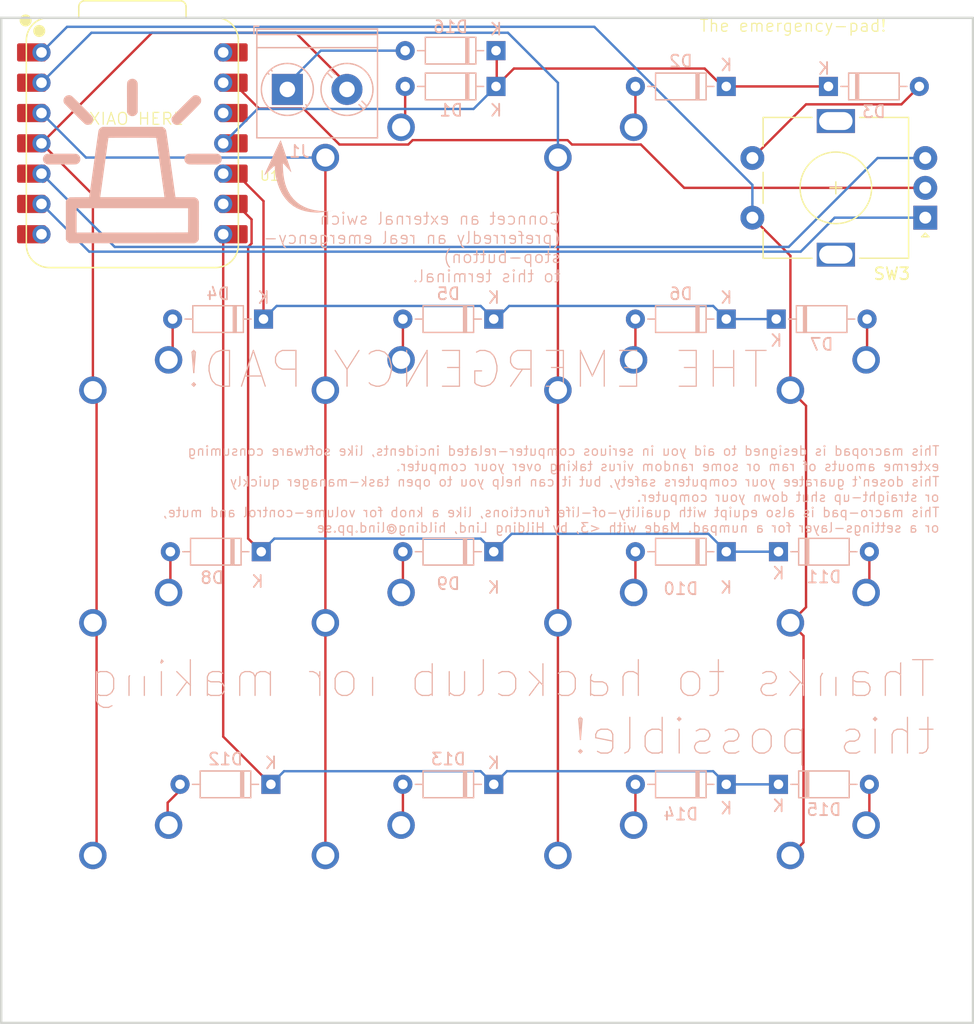
<source format=kicad_pcb>
(kicad_pcb (version 20240108) (generator "pcbnew") (generator_version "8.0")
  (layers (0 "F.Cu" signal) (31 "B.Cu" signal) (34 "B.Paste" user) (35 "F.Paste" user) (36 "B.SilkS" user "B.Silkscreen") (37 "F.SilkS" user "F.Silkscreen") (38 "B.Mask" user) (39 "F.Mask" user) (44 "Edge.Cuts" user))
  (net 0 "")
  (net 1 "Net-(D1-A)")
  (net 2 "Net-(D1-K)")
  (net 3 "Net-(D2-A)")
  (net 4 "Net-(D3-A)")
  (net 5 "Net-(D4-A)")
  (net 6 "Net-(D5-A)")
  (net 7 "Net-(D6-A)")
  (net 8 "Net-(D7-A)")
  (net 9 "Net-(D8-A)")
  (net 10 "Net-(D9-A)")
  (net 11 "Net-(D10-K)")
  (net 12 "Net-(D10-A)")
  (net 13 "Net-(D11-A)")
  (net 14 "Net-(D12-A)")
  (net 15 "Net-(D14-A)")
  (net 16 "Net-(D15-A)")
  (net 17 "GND")
  (net 18 "Net-(U1-PA11_A3_D3)")
  (net 19 "Net-(U1-PA10_A2_D2)")
  (net 20 "Net-(U1-PA4_A1_D1)")
  (net 21 "Net-(U1-PA8_A4_D4_SDA)")
  (net 22 "Net-(U1-PA02_A0_D0)")
  (net 23 "Net-(U1-PA9_A5_D5_SCL)")
  (net 27 "Net-(D4-K)")
  (net 28 "Net-(D12-K)")
  (net 29 "Net-(D13-A)")
  (net 31 "+5V")
  (net 32 "Net-(D16-A)")
  (footprint "myLibrary:MX-Solderable-1U" (layer "F.Cu") (at 215 125)
    (property "Reference" "SW14")
    (property "Value" "SW_Push")
    (pad "" np_thru_hole circle (at -5.08 0 48.099) (size 1.7018 1.7018) (drill 1.7018) (layers "F&B.Cu" "*.Mask"))
    (pad "" np_thru_hole circle (at 0 0) (size 3.9878 3.9878) (drill 3.9878) (layers "*.Cu" "*.Mask"))
    (pad "" np_thru_hole circle (at 5.08 0 48.099) (size 1.7018 1.7018) (drill 1.7018) (layers "F&B.Cu" "*.Mask"))
    (pad "1" thru_hole circle (at -3.81 -2.54) (size 2.3 2.3) (drill 1.524) (layers "*.Cu" "B.Mask") (net 20 "Net-(U1-PA4_A1_D1)"))
    (pad "2" thru_hole circle (at 2.54 -5.08) (size 2.3 2.3) (drill 1.524) (layers "*.Cu" "B.Mask") (net 15 "Net-(D14-A)"))
  )
  (footprint "myLibrary:MX-Solderable-1U" (layer "F.Cu") (at 234.5 125)
    (property "Reference" "SW15")
    (property "Value" "SW_Push")
    (pad "" np_thru_hole circle (at -5.08 0 48.099) (size 1.7018 1.7018) (drill 1.7018) (layers "F&B.Cu" "*.Mask"))
    (pad "" np_thru_hole circle (at 0 0) (size 3.9878 3.9878) (drill 3.9878) (layers "*.Cu" "*.Mask"))
    (pad "" np_thru_hole circle (at 5.08 0 48.099) (size 1.7018 1.7018) (drill 1.7018) (layers "F&B.Cu" "*.Mask"))
    (pad "1" thru_hole circle (at -3.81 -2.54) (size 2.3 2.3) (drill 1.524) (layers "*.Cu" "B.Mask") (net 22 "Net-(U1-PA02_A0_D0)"))
    (pad "2" thru_hole circle (at 2.54 -5.08) (size 2.3 2.3) (drill 1.524) (layers "*.Cu" "B.Mask") (net 16 "Net-(D15-A)"))
  )
  (footprint "myLibrary:MX-Solderable-1U" (layer "F.Cu") (at 195.5 105.5)
    (property "Reference" "SW9")
    (property "Value" "SW_Push")
    (pad "" np_thru_hole circle (at -5.08 0 48.099) (size 1.7018 1.7018) (drill 1.7018) (layers "F&B.Cu" "*.Mask"))
    (pad "" np_thru_hole circle (at 0 0) (size 3.9878 3.9878) (drill 3.9878) (layers "*.Cu" "*.Mask"))
    (pad "" np_thru_hole circle (at 5.08 0 48.099) (size 1.7018 1.7018) (drill 1.7018) (layers "F&B.Cu" "*.Mask"))
    (pad "1" thru_hole circle (at -3.81 -2.54) (size 2.3 2.3) (drill 1.524) (layers "*.Cu" "B.Mask") (net 19 "Net-(U1-PA10_A2_D2)"))
    (pad "2" thru_hole circle (at 2.54 -5.08) (size 2.3 2.3) (drill 1.524) (layers "*.Cu" "B.Mask") (net 10 "Net-(D9-A)"))
  )
  (footprint "myLibrary:MX-Solderable-1U" (layer "F.Cu") (at 176 125)
    (property "Reference" "SW12")
    (property "Value" "SW_Push")
    (pad "" np_thru_hole circle (at -5.08 0 48.099) (size 1.7018 1.7018) (drill 1.7018) (layers "F&B.Cu" "*.Mask"))
    (pad "" np_thru_hole circle (at 0 0) (size 3.9878 3.9878) (drill 3.9878) (layers "*.Cu" "*.Mask"))
    (pad "" np_thru_hole circle (at 5.08 0 48.099) (size 1.7018 1.7018) (drill 1.7018) (layers "F&B.Cu" "*.Mask"))
    (pad "1" thru_hole circle (at -3.81 -2.54) (size 2.3 2.3) (drill 1.524) (layers "*.Cu" "B.Mask") (net 18 "Net-(U1-PA11_A3_D3)"))
    (pad "2" thru_hole circle (at 2.54 -5.08) (size 2.3 2.3) (drill 1.524) (layers "*.Cu" "B.Mask") (net 14 "Net-(D12-A)"))
  )
  (footprint "myLibrary:MX-Solderable-1U" (layer "F.Cu") (at 215 86)
    (property "Reference" "SW6")
    (property "Value" "SW_Push")
    (pad "" np_thru_hole circle (at -5.08 0 48.099) (size 1.7018 1.7018) (drill 1.7018) (layers "F&B.Cu" "*.Mask"))
    (pad "" np_thru_hole circle (at 0 0) (size 3.9878 3.9878) (drill 3.9878) (layers "*.Cu" "*.Mask"))
    (pad "" np_thru_hole circle (at 5.08 0 48.099) (size 1.7018 1.7018) (drill 1.7018) (layers "F&B.Cu" "*.Mask"))
    (pad "1" thru_hole circle (at -3.81 -2.54) (size 2.3 2.3) (drill 1.524) (layers "*.Cu" "B.Mask") (net 20 "Net-(U1-PA4_A1_D1)"))
    (pad "2" thru_hole circle (at 2.54 -5.08) (size 2.3 2.3) (drill 1.524) (layers "*.Cu" "B.Mask") (net 7 "Net-(D6-A)"))
  )
  (footprint "myLibrary:MX-Solderable-1U" (layer "F.Cu") (at 234.5 86)
    (property "Reference" "SW7")
    (property "Value" "SW_Push")
    (pad "" np_thru_hole circle (at -5.08 0 48.099) (size 1.7018 1.7018) (drill 1.7018) (layers "F&B.Cu" "*.Mask"))
    (pad "" np_thru_hole circle (at 0 0) (size 3.9878 3.9878) (drill 3.9878) (layers "*.Cu" "*.Mask"))
    (pad "" np_thru_hole circle (at 5.08 0 48.099) (size 1.7018 1.7018) (drill 1.7018) (layers "F&B.Cu" "*.Mask"))
    (pad "1" thru_hole circle (at -3.81 -2.54) (size 2.3 2.3) (drill 1.524) (layers "*.Cu" "B.Mask") (net 22 "Net-(U1-PA02_A0_D0)"))
    (pad "2" thru_hole circle (at 2.54 -5.08) (size 2.3 2.3) (drill 1.524) (layers "*.Cu" "B.Mask") (net 8 "Net-(D7-A)"))
  )
  (footprint "myLibrary:ec11" (layer "F.Cu") (at 242 69 180)
    (property "Reference" "SW3" (at 2.8 -4.7 180) (layer "F.SilkS"))
    (property "Value" "RotaryEncoder_Switch")
    (pad "A" thru_hole rect (at 0 0 180) (size 2 2) (drill 1) (layers "*.Cu" "*.Mask") (net 23 "Net-(U1-PA9_A5_D5_SCL)"))
    (pad "B" thru_hole circle (at 0 5 180) (size 2 2) (drill 1) (layers "*.Cu" "*.Mask") (net 21 "Net-(U1-PA8_A4_D4_SDA)"))
    (pad "C" thru_hole circle (at 0 2.5 180) (size 2 2) (drill 1) (layers "*.Cu" "*.Mask") (net 17 "GND"))
    (pad "MP" thru_hole rect (at 7.5 -3.1 180) (size 3.2 2) (drill oval 2.8 1.5) (layers "*.Cu" "*.Mask"))
    (pad "MP" thru_hole rect (at 7.5 8.1 180) (size 3.2 2) (drill oval 2.8 1.5) (layers "*.Cu" "*.Mask"))
    (pad "S1" thru_hole circle (at 14.5 5 180) (size 2 2) (drill 1) (layers "*.Cu" "*.Mask") (net 4 "Net-(D3-A)"))
    (pad "S2" thru_hole circle (at 14.5 0 180) (size 2 2) (drill 1) (layers "*.Cu" "*.Mask") (net 22 "Net-(U1-PA02_A0_D0)"))
  )
  (footprint "myLibrary:MX-Solderable-1U" (layer "F.Cu") (at 176 105.5)
    (property "Reference" "SW8")
    (property "Value" "SW_Push")
    (pad "" np_thru_hole circle (at -5.08 0 48.099) (size 1.7018 1.7018) (drill 1.7018) (layers "F&B.Cu" "*.Mask"))
    (pad "" np_thru_hole circle (at 0 0) (size 3.9878 3.9878) (drill 3.9878) (layers "*.Cu" "*.Mask"))
    (pad "" np_thru_hole circle (at 5.08 0 48.099) (size 1.7018 1.7018) (drill 1.7018) (layers "F&B.Cu" "*.Mask"))
    (pad "1" thru_hole circle (at -3.81 -2.54) (size 2.3 2.3) (drill 1.524) (layers "*.Cu" "B.Mask") (net 18 "Net-(U1-PA11_A3_D3)"))
    (pad "2" thru_hole circle (at 2.54 -5.08) (size 2.3 2.3) (drill 1.524) (layers "*.Cu" "B.Mask") (net 9 "Net-(D8-A)"))
  )
  (footprint "myLibrary:MX-Solderable-1U" (layer "F.Cu") (at 215 66.5)
    (property "Reference" "SW2")
    (property "Value" "SW_Push")
    (pad "" np_thru_hole circle (at -5.08 0 48.099) (size 1.7018 1.7018) (drill 1.7018) (layers "F&B.Cu" "*.Mask"))
    (pad "" np_thru_hole circle (at 0 0) (size 3.9878 3.9878) (drill 3.9878) (layers "*.Cu" "*.Mask"))
    (pad "" np_thru_hole circle (at 5.08 0 48.099) (size 1.7018 1.7018) (drill 1.7018) (layers "F&B.Cu" "*.Mask"))
    (pad "1" thru_hole circle (at -3.81 -2.54) (size 2.3 2.3) (drill 1.524) (layers "*.Cu" "B.Mask") (net 20 "Net-(U1-PA4_A1_D1)"))
    (pad "2" thru_hole circle (at 2.54 -5.08) (size 2.3 2.3) (drill 1.524) (layers "*.Cu" "B.Mask") (net 3 "Net-(D2-A)"))
  )
  (footprint "myLibrary:MX-Solderable-1U" (layer "F.Cu") (at 195.5 125)
    (property "Reference" "SW13")
    (property "Value" "SW_Push")
    (pad "" np_thru_hole circle (at -5.08 0 48.099) (size 1.7018 1.7018) (drill 1.7018) (layers "F&B.Cu" "*.Mask"))
    (pad "" np_thru_hole circle (at 0 0) (size 3.9878 3.9878) (drill 3.9878) (layers "*.Cu" "*.Mask"))
    (pad "" np_thru_hole circle (at 5.08 0 48.099) (size 1.7018 1.7018) (drill 1.7018) (layers "F&B.Cu" "*.Mask"))
    (pad "1" thru_hole circle (at -3.81 -2.54) (size 2.3 2.3) (drill 1.524) (layers "*.Cu" "B.Mask") (net 19 "Net-(U1-PA10_A2_D2)"))
    (pad "2" thru_hole circle (at 2.54 -5.08) (size 2.3 2.3) (drill 1.524) (layers "*.Cu" "B.Mask") (net 29 "Net-(D13-A)"))
  )
  (footprint "myLibrary:MX-Solderable-1U" (layer "F.Cu") (at 176 86)
    (property "Reference" "SW4")
    (property "Value" "SW_Push")
    (pad "" np_thru_hole circle (at -5.08 0 48.099) (size 1.7018 1.7018) (drill 1.7018) (layers "F&B.Cu" "*.Mask"))
    (pad "" np_thru_hole circle (at 0 0) (size 3.9878 3.9878) (drill 3.9878) (layers "*.Cu" "*.Mask"))
    (pad "" np_thru_hole circle (at 5.08 0 48.099) (size 1.7018 1.7018) (drill 1.7018) (layers "F&B.Cu" "*.Mask"))
    (pad "1" thru_hole circle (at -3.81 -2.54) (size 2.3 2.3) (drill 1.524) (layers "*.Cu" "B.Mask") (net 18 "Net-(U1-PA11_A3_D3)"))
    (pad "2" thru_hole circle (at 2.54 -5.08) (size 2.3 2.3) (drill 1.524) (layers "*.Cu" "B.Mask") (net 5 "Net-(D4-A)"))
  )
  (footprint "myLibrary:MX-Solderable-1U" (layer "F.Cu") (at 195.5 66.5)
    (property "Reference" "SW1")
    (property "Value" "SW_Push")
    (pad "" np_thru_hole circle (at -5.08 0 48.099) (size 1.7018 1.7018) (drill 1.7018) (layers "F&B.Cu" "*.Mask"))
    (pad "" np_thru_hole circle (at 0 0) (size 3.9878 3.9878) (drill 3.9878) (layers "*.Cu" "*.Mask"))
    (pad "" np_thru_hole circle (at 5.08 0 48.099) (size 1.7018 1.7018) (drill 1.7018) (layers "F&B.Cu" "*.Mask"))
    (pad "1" thru_hole circle (at -3.81 -2.54) (size 2.3 2.3) (drill 1.524) (layers "*.Cu" "B.Mask") (net 19 "Net-(U1-PA10_A2_D2)"))
    (pad "2" thru_hole circle (at 2.54 -5.08) (size 2.3 2.3) (drill 1.524) (layers "*.Cu" "B.Mask") (net 1 "Net-(D1-A)"))
  )
  (footprint "myLibrary:MX-Solderable-1U" (layer "F.Cu") (at 215 105.5)
    (property "Reference" "SW10")
    (property "Value" "SW_Push")
    (pad "" np_thru_hole circle (at -5.08 0 48.099) (size 1.7018 1.7018) (drill 1.7018) (layers "F&B.Cu" "*.Mask"))
    (pad "" np_thru_hole circle (at 0 0) (size 3.9878 3.9878) (drill 3.9878) (layers "*.Cu" "*.Mask"))
    (pad "" np_thru_hole circle (at 5.08 0 48.099) (size 1.7018 1.7018) (drill 1.7018) (layers "F&B.Cu" "*.Mask"))
    (pad "1" thru_hole circle (at -3.81 -2.54) (size 2.3 2.3) (drill 1.524) (layers "*.Cu" "B.Mask") (net 20 "Net-(U1-PA4_A1_D1)"))
    (pad "2" thru_hole circle (at 2.54 -5.08) (size 2.3 2.3) (drill 1.524) (layers "*.Cu" "B.Mask") (net 12 "Net-(D10-A)"))
  )
  (footprint "myLibrary:MX-Solderable-1U" (layer "F.Cu") (at 195.5 86)
    (property "Reference" "SW5")
    (property "Value" "SW_Push")
    (pad "" np_thru_hole circle (at -5.08 0 48.099) (size 1.7018 1.7018) (drill 1.7018) (layers "F&B.Cu" "*.Mask"))
    (pad "" np_thru_hole circle (at 0 0) (size 3.9878 3.9878) (drill 3.9878) (layers "*.Cu" "*.Mask"))
    (pad "" np_thru_hole circle (at 5.08 0 48.099) (size 1.7018 1.7018) (drill 1.7018) (layers "F&B.Cu" "*.Mask"))
    (pad "1" thru_hole circle (at -3.81 -2.54) (size 2.3 2.3) (drill 1.524) (layers "*.Cu" "B.Mask") (net 19 "Net-(U1-PA10_A2_D2)"))
    (pad "2" thru_hole circle (at 2.54 -5.08) (size 2.3 2.3) (drill 1.524) (layers "*.Cu" "B.Mask") (net 6 "Net-(D5-A)"))
  )
  (footprint "myLibrary:XIAO-RP2040" (layer "F.Cu") (at 175.5 62.7685)
    (property "Reference" "U1" (at 11.5 2.7315 0) (layer "F.SilkS") (effects (font (size 0.8 0.8) (thickness 0.1016))))
    (property "Value" "Seeed Studio XIAO RP2040")
    (pad "1" smd roundrect (at -8.455 -7.62 180) (size 2.432 1.524) (layers "F.Cu" "F.Mask") (roundrect_rratio 0.1) (net 22 "Net-(U1-PA02_A0_D0)"))
    (pad "1" thru_hole circle (at -7.62 -7.62 180) (size 1.524 1.524) (drill 0.889) (layers "*.Cu" "*.Mask") (net 22 "Net-(U1-PA02_A0_D0)"))
    (pad "2" smd roundrect (at -8.455 -5.08 180) (size 2.432 1.524) (layers "F.Cu" "F.Mask") (roundrect_rratio 0.1) (net 20 "Net-(U1-PA4_A1_D1)"))
    (pad "2" thru_hole circle (at -7.62 -5.08 180) (size 1.524 1.524) (drill 0.889) (layers "*.Cu" "*.Mask") (net 20 "Net-(U1-PA4_A1_D1)"))
    (pad "3" smd roundrect (at -8.455 -2.54 180) (size 2.432 1.524) (layers "F.Cu" "F.Mask") (roundrect_rratio 0.1) (net 19 "Net-(U1-PA10_A2_D2)"))
    (pad "3" thru_hole circle (at -7.62 -2.54 180) (size 1.524 1.524) (drill 0.889) (layers "*.Cu" "*.Mask") (net 19 "Net-(U1-PA10_A2_D2)"))
    (pad "4" smd roundrect (at -8.455 0 180) (size 2.432 1.524) (layers "F.Cu" "F.Mask") (roundrect_rratio 0.1) (net 18 "Net-(U1-PA11_A3_D3)"))
    (pad "4" thru_hole circle (at -7.62 0 180) (size 1.524 1.524) (drill 0.889) (layers "*.Cu" "*.Mask") (net 18 "Net-(U1-PA11_A3_D3)"))
    (pad "5" smd roundrect (at -8.455 2.54 180) (size 2.432 1.524) (layers "F.Cu" "F.Mask") (roundrect_rratio 0.1) (net 21 "Net-(U1-PA8_A4_D4_SDA)"))
    (pad "5" thru_hole circle (at -7.62 2.54 180) (size 1.524 1.524) (drill 0.889) (layers "*.Cu" "*.Mask") (net 21 "Net-(U1-PA8_A4_D4_SDA)"))
    (pad "6" smd roundrect (at -8.455 5.08 180) (size 2.432 1.524) (layers "F.Cu" "F.Mask") (roundrect_rratio 0.1) (net 23 "Net-(U1-PA9_A5_D5_SCL)"))
    (pad "6" thru_hole circle (at -7.62 5.08 180) (size 1.524 1.524) (drill 0.889) (layers "*.Cu" "*.Mask") (net 23 "Net-(U1-PA9_A5_D5_SCL)"))
    (pad "7" smd roundrect (at -8.455 7.62 180) (size 2.432 1.524) (layers "F.Cu" "F.Mask") (roundrect_rratio 0.1))
    (pad "7" thru_hole circle (at -7.62 7.62 180) (size 1.524 1.524) (drill 0.889) (layers "*.Cu" "*.Mask"))
    (pad "8" thru_hole circle (at 7.62 7.62) (size 1.524 1.524) (drill 0.889) (layers "*.Cu" "*.Mask") (net 28 "Net-(D12-K)"))
    (pad "8" smd roundrect (at 8.455 7.62) (size 2.432 1.524) (layers "F.Cu" "F.Mask") (roundrect_rratio 0.1) (net 28 "Net-(D12-K)"))
    (pad "9" thru_hole circle (at 7.62 5.08) (size 1.524 1.524) (drill 0.889) (layers "*.Cu" "*.Mask") (net 11 "Net-(D10-K)"))
    (pad "9" smd roundrect (at 8.455 5.08) (size 2.432 1.524) (layers "F.Cu" "F.Mask") (roundrect_rratio 0.1) (net 11 "Net-(D10-K)"))
    (pad "10" thru_hole circle (at 7.62 2.54) (size 1.524 1.524) (drill 0.889) (layers "*.Cu" "*.Mask") (net 27 "Net-(D4-K)"))
    (pad "10" smd roundrect (at 8.455 2.54) (size 2.432 1.524) (layers "F.Cu" "F.Mask") (roundrect_rratio 0.1) (net 27 "Net-(D4-K)"))
    (pad "11" thru_hole circle (at 7.62 0) (size 1.524 1.524) (drill 0.889) (layers "*.Cu" "*.Mask") (net 2 "Net-(D1-K)"))
    (pad "11" smd roundrect (at 8.455 0) (size 2.432 1.524) (layers "F.Cu" "F.Mask") (roundrect_rratio 0.1) (net 2 "Net-(D1-K)"))
    (pad "12" thru_hole circle (at 7.62 -2.54) (size 1.524 1.524) (drill 0.889) (layers "*.Cu" "*.Mask"))
    (pad "12" smd roundrect (at 8.455 -2.54) (size 2.432 1.524) (layers "F.Cu" "F.Mask") (roundrect_rratio 0.1))
    (pad "13" thru_hole circle (at 7.62 -5.08) (size 1.524 1.524) (drill 0.889) (layers "*.Cu" "*.Mask") (net 17 "GND"))
    (pad "13" smd roundrect (at 8.455 -5.08) (size 2.432 1.524) (layers "F.Cu" "F.Mask") (roundrect_rratio 0.1) (net 17 "GND"))
    (pad "14" thru_hole circle (at 7.62 -7.62) (size 1.524 1.524) (drill 0.889) (layers "*.Cu" "*.Mask") (net 31 "+5V"))
    (pad "14" smd roundrect (at 8.455 -7.62) (size 2.432 1.524) (layers "F.Cu" "F.Mask") (roundrect_rratio 0.1) (net 31 "+5V"))
  )
  (footprint "myLibrary:MX-Solderable-1U" (layer "F.Cu") (at 234.5 105.5)
    (property "Reference" "SW11")
    (property "Value" "SW_Push")
    (pad "" np_thru_hole circle (at -5.08 0 48.099) (size 1.7018 1.7018) (drill 1.7018) (layers "F&B.Cu" "*.Mask"))
    (pad "" np_thru_hole circle (at 0 0) (size 3.9878 3.9878) (drill 3.9878) (layers "*.Cu" "*.Mask"))
    (pad "" np_thru_hole circle (at 5.08 0 48.099) (size 1.7018 1.7018) (drill 1.7018) (layers "F&B.Cu" "*.Mask"))
    (pad "1" thru_hole circle (at -3.81 -2.54) (size 2.3 2.3) (drill 1.524) (layers "*.Cu" "B.Mask") (net 22 "Net-(U1-PA02_A0_D0)"))
    (pad "2" thru_hole circle (at 2.54 -5.08) (size 2.3 2.3) (drill 1.524) (layers "*.Cu" "B.Mask") (net 13 "Net-(D11-A)"))
  )
  (footprint "Diode_THT:D_DO-35_SOD27_P7.62mm_Horizontal" (layer "B.Cu") (at 186.5 77.5 180)
    (property "Reference" "D4" (at 3.81 2.12 0) (layer "B.SilkS") (effects (justify mirror)))
    (property "Value" "1N4148")
    (fp_text user "K" (at 0 1.8 0) (layer "B.SilkS") (effects (justify mirror)))
    (pad "1" thru_hole rect (at 0 0 180) (size 1.6 1.6) (drill 0.8) (layers "*.Cu" "*.Mask") (net 27 "Net-(D4-K)"))
    (pad "2" thru_hole oval (at 7.62 0 180) (size 1.6 1.6) (drill 0.8) (layers "*.Cu" "*.Mask") (net 5 "Net-(D4-A)"))
  )
  (footprint "Diode_THT:D_DO-35_SOD27_P7.62mm_Horizontal" (layer "B.Cu") (at 205.81 116.5 180)
    (property "Reference" "D13" (at 3.81 2.12 0) (layer "B.SilkS") (effects (justify mirror)))
    (property "Value" "1N4148")
    (fp_text user "K" (at 0 1.8 0) (layer "B.SilkS") (effects (justify mirror)))
    (pad "1" thru_hole rect (at 0 0 180) (size 1.6 1.6) (drill 0.8) (layers "*.Cu" "*.Mask") (net 28 "Net-(D12-K)"))
    (pad "2" thru_hole oval (at 7.62 0 180) (size 1.6 1.6) (drill 0.8) (layers "*.Cu" "*.Mask") (net 29 "Net-(D13-A)"))
  )
  (footprint "Diode_THT:D_DO-35_SOD27_P7.62mm_Horizontal" (layer "B.Cu") (at 187.12 116.5 180)
    (property "Reference" "D12" (at 3.81 2.12 0) (layer "B.SilkS") (effects (justify mirror)))
    (property "Value" "1N4148")
    (fp_text user "K" (at 0 1.8 0) (layer "B.SilkS") (effects (justify mirror)))
    (pad "1" thru_hole rect (at 0 0 180) (size 1.6 1.6) (drill 0.8) (layers "*.Cu" "*.Mask") (net 28 "Net-(D12-K)"))
    (pad "2" thru_hole oval (at 7.62 0 180) (size 1.6 1.6) (drill 0.8) (layers "*.Cu" "*.Mask") (net 14 "Net-(D12-A)"))
  )
  (footprint "Diode_THT:D_DO-35_SOD27_P7.62mm_Horizontal" (layer "B.Cu") (at 229.69 116.5)
    (property "Reference" "D15" (at 3.81 2.12 0) (layer "B.SilkS") (effects (justify mirror)))
    (property "Value" "1N4148")
    (fp_text user "K" (at 0 1.8 0) (layer "B.SilkS") (effects (justify mirror)))
    (pad "1" thru_hole rect (at 0 0) (size 1.6 1.6) (drill 0.8) (layers "*.Cu" "*.Mask") (net 28 "Net-(D12-K)"))
    (pad "2" thru_hole oval (at 7.62 0) (size 1.6 1.6) (drill 0.8) (layers "*.Cu" "*.Mask") (net 16 "Net-(D15-A)"))
  )
  (footprint "TerminalBlock_Phoenix:TerminalBlock_Phoenix_PT-1,5-2-5.0-H_1x02_P5.00mm_Horizontal" (layer "B.Cu") (at 188.5 58.25)
    (property "Reference" "J1" (at 1 5.2 0) (layer "B.SilkS") (effects (justify mirror)))
    (property "Value" "Screw_Terminal_2_P5.00mm")
    (pad "1" thru_hole rect (at 0 0) (size 2.6 2.6) (drill 1.3) (layers "*.Cu" "*.Mask") (net 32 "Net-(D16-A)"))
    (pad "2" thru_hole circle (at 5 0) (size 2.6 2.6) (drill 1.3) (layers "*.Cu" "*.Mask") (net 18 "Net-(U1-PA11_A3_D3)"))
  )
  (footprint "Diode_THT:D_DO-35_SOD27_P7.62mm_Horizontal" (layer "B.Cu") (at 229.69 97)
    (property "Reference" "D11" (at 3.81 2.12 0) (layer "B.SilkS") (effects (justify mirror)))
    (property "Value" "1N4148")
    (fp_text user "K" (at 0 1.8 0) (layer "B.SilkS") (effects (justify mirror)))
    (pad "1" thru_hole rect (at 0 0) (size 1.6 1.6) (drill 0.8) (layers "*.Cu" "*.Mask") (net 11 "Net-(D10-K)"))
    (pad "2" thru_hole oval (at 7.62 0) (size 1.6 1.6) (drill 0.8) (layers "*.Cu" "*.Mask") (net 13 "Net-(D11-A)"))
  )
  (footprint "Diode_THT:D_DO-35_SOD27_P7.62mm_Horizontal" (layer "B.Cu") (at 225.31 77.5 180)
    (property "Reference" "D6" (at 3.81 2.12 0) (layer "B.SilkS") (effects (justify mirror)))
    (property "Value" "1N4148")
    (fp_text user "K" (at 0 1.8 0) (layer "B.SilkS") (effects (justify mirror)))
    (pad "1" thru_hole rect (at 0 0 180) (size 1.6 1.6) (drill 0.8) (layers "*.Cu" "*.Mask") (net 27 "Net-(D4-K)"))
    (pad "2" thru_hole oval (at 7.62 0 180) (size 1.6 1.6) (drill 0.8) (layers "*.Cu" "*.Mask") (net 7 "Net-(D6-A)"))
  )
  (footprint "Diode_THT:D_DO-35_SOD27_P7.62mm_Horizontal" (layer "B.Cu") (at 206 58 180)
    (property "Reference" "D1" (at 3.76 -2 0) (layer "B.SilkS") (effects (justify mirror)))
    (property "Value" "1N4148")
    (fp_text user "K" (at 0 -2 0) (layer "B.SilkS") (effects (justify mirror)))
    (pad "1" thru_hole rect (at 0 0 180) (size 1.6 1.6) (drill 0.8) (layers "*.Cu" "*.Mask") (net 2 "Net-(D1-K)"))
    (pad "2" thru_hole oval (at 7.62 0 180) (size 1.6 1.6) (drill 0.8) (layers "*.Cu" "*.Mask") (net 1 "Net-(D1-A)"))
  )
  (footprint "Diode_THT:D_DO-35_SOD27_P7.62mm_Horizontal" (layer "B.Cu") (at 206 55 180)
    (property "Reference" "D16" (at 3.81 2 0) (layer "B.SilkS") (effects (justify mirror)))
    (property "Value" "1N4148")
    (fp_text user "K" (at 0 1.8 0) (layer "B.SilkS") (effects (justify mirror)))
    (pad "1" thru_hole rect (at 0 0 180) (size 1.6 1.6) (drill 0.8) (layers "*.Cu" "*.Mask") (net 2 "Net-(D1-K)"))
    (pad "2" thru_hole oval (at 7.62 0 180) (size 1.6 1.6) (drill 0.8) (layers "*.Cu" "*.Mask") (net 32 "Net-(D16-A)"))
  )
  (footprint "Diode_THT:D_DO-35_SOD27_P7.62mm_Horizontal" (layer "B.Cu") (at 225.31 116.5 180)
    (property "Reference" "D14" (at 3.81 -2.5 0) (layer "B.SilkS") (effects (justify mirror)))
    (property "Value" "1N4148")
    (fp_text user "K" (at 0 -2 0) (layer "B.SilkS") (effects (justify mirror)))
    (pad "1" thru_hole rect (at 0 0 180) (size 1.6 1.6) (drill 0.8) (layers "*.Cu" "*.Mask") (net 28 "Net-(D12-K)"))
    (pad "2" thru_hole oval (at 7.62 0 180) (size 1.6 1.6) (drill 0.8) (layers "*.Cu" "*.Mask") (net 15 "Net-(D14-A)"))
  )
  (footprint "LOGO" (layer "B.Cu") (at 189.5 65.5 180)
    (property "Reference" "G***" (hide yes))
    (property "Value" "LOGO" (hide yes))
  )
  (footprint "LOGO" (layer "B.Cu") (at 175.5 64.25 180)
    (property "Reference" "G***" (hide yes))
    (property "Value" "LOGO" (hide yes))
  )
  (footprint "Diode_THT:D_DO-35_SOD27_P7.62mm_Horizontal" (layer "B.Cu") (at 225.31 97 180)
    (property "Reference" "D10" (at 3.81 -3.1 0) (layer "B.SilkS") (effects (justify mirror)))
    (property "Value" "1N4148")
    (fp_text user "K" (at 0.01 -3 0) (layer "B.SilkS") (effects (justify mirror)))
    (pad "1" thru_hole rect (at 0 0 180) (size 1.6 1.6) (drill 0.8) (layers "*.Cu" "*.Mask") (net 11 "Net-(D10-K)"))
    (pad "2" thru_hole oval (at 7.62 0 180) (size 1.6 1.6) (drill 0.8) (layers "*.Cu" "*.Mask") (net 12 "Net-(D10-A)"))
  )
  (footprint "Diode_THT:D_DO-35_SOD27_P7.62mm_Horizontal" (layer "B.Cu") (at 186.31 97 180)
    (property "Reference" "D8" (at 4.12 -2.18 0) (layer "B.SilkS") (effects (justify mirror)))
    (property "Value" "1N4148")
    (fp_text user "K" (at 0.31 -2.5 0) (layer "B.SilkS") (effects (justify mirror)))
    (pad "1" thru_hole rect (at 0 0 180) (size 1.6 1.6) (drill 0.8) (layers "*.Cu" "*.Mask") (net 11 "Net-(D10-K)"))
    (pad "2" thru_hole oval (at 7.62 0 180) (size 1.6 1.6) (drill 0.8) (layers "*.Cu" "*.Mask") (net 9 "Net-(D8-A)"))
  )
  (footprint "Diode_THT:D_DO-35_SOD27_P7.62mm_Horizontal" (layer "B.Cu") (at 225.31 58 180)
    (property "Reference" "D2" (at 3.81 2.12 0) (layer "B.SilkS") (effects (justify mirror)))
    (property "Value" "1N4148")
    (fp_text user "K" (at 0 1.8 0) (layer "B.SilkS") (effects (justify mirror)))
    (pad "1" thru_hole rect (at 0 0 180) (size 1.6 1.6) (drill 0.8) (layers "*.Cu" "*.Mask") (net 2 "Net-(D1-K)"))
    (pad "2" thru_hole oval (at 7.62 0 180) (size 1.6 1.6) (drill 0.8) (layers "*.Cu" "*.Mask") (net 3 "Net-(D2-A)"))
  )
  (footprint "Diode_THT:D_DO-35_SOD27_P7.62mm_Horizontal" (layer "B.Cu") (at 205.81 77.5 180)
    (property "Reference" "D5" (at 3.81 2.12 0) (layer "B.SilkS") (effects (justify mirror)))
    (property "Value" "1N4148")
    (fp_text user "K" (at 0 1.8 0) (layer "B.SilkS") (effects (justify mirror)))
    (pad "1" thru_hole rect (at 0 0 180) (size 1.6 1.6) (drill 0.8) (layers "*.Cu" "*.Mask") (net 27 "Net-(D4-K)"))
    (pad "2" thru_hole oval (at 7.62 0 180) (size 1.6 1.6) (drill 0.8) (layers "*.Cu" "*.Mask") (net 6 "Net-(D5-A)"))
  )
  (footprint "Diode_THT:D_DO-35_SOD27_P7.62mm_Horizontal" (layer "B.Cu") (at 233.88 58)
    (property "Reference" "D3" (at 3.81 2.12 0) (layer "B.SilkS") (effects (justify mirror)))
    (property "Value" "1N4148")
    (fp_text user "K" (at -0.38 -1.5 0) (layer "B.SilkS") (effects (justify mirror)))
    (pad "1" thru_hole rect (at 0 0) (size 1.6 1.6) (drill 0.8) (layers "*.Cu" "*.Mask") (net 2 "Net-(D1-K)"))
    (pad "2" thru_hole oval (at 7.62 0) (size 1.6 1.6) (drill 0.8) (layers "*.Cu" "*.Mask") (net 4 "Net-(D3-A)"))
  )
  (footprint "Diode_THT:D_DO-35_SOD27_P7.62mm_Horizontal" (layer "B.Cu") (at 205.81 97 180)
    (property "Reference" "D9" (at 3.81 -2.68 0) (layer "B.SilkS") (effects (justify mirror)))
    (property "Value" "1N4148")
    (fp_text user "K" (at 0 -3 0) (layer "B.SilkS") (effects (justify mirror)))
    (pad "1" thru_hole rect (at 0 0 180) (size 1.6 1.6) (drill 0.8) (layers "*.Cu" "*.Mask") (net 11 "Net-(D10-K)"))
    (pad "2" thru_hole oval (at 7.62 0 180) (size 1.6 1.6) (drill 0.8) (layers "*.Cu" "*.Mask") (net 10 "Net-(D9-A)"))
  )
  (footprint "Diode_THT:D_DO-35_SOD27_P7.62mm_Horizontal" (layer "B.Cu") (at 229.5 77.5)
    (property "Reference" "D7" (at 3.81 2.12 0) (layer "B.SilkS") (effects (justify mirror)))
    (property "Value" "1N4148")
    (fp_text user "K" (at 0 1.8 0) (layer "B.SilkS") (effects (justify mirror)))
    (pad "1" thru_hole rect (at 0 0) (size 1.6 1.6) (drill 0.8) (layers "*.Cu" "*.Mask") (net 27 "Net-(D4-K)"))
    (pad "2" thru_hole oval (at 7.62 0) (size 1.6 1.6) (drill 0.8) (layers "*.Cu" "*.Mask") (net 8 "Net-(D7-A)"))
  )
  (gr_rect (start 164.5 52.25) (end 246 136.5) (stroke (width 0.2)) (fill none) (layer "Edge.Cuts"))
  (gr_text "THE EMERGENCY PAD!" (at 229 83.5 0) (layer "B.SilkS") (effects (font (size 3 3) (thickness 0.1)) (justify left bottom mirror)))
  (gr_text "Conncet an external swich\n(preferredly an real emergency-\nstop-button) \nto this terminal." (at 211.5 74.5 0) (layer "B.SilkS") (effects (font (size 1 1) (thickness 0.1)) (justify left bottom mirror)))
  (gr_text "Thanks to hackclub for making \nthis possible!" (at 243 114.25 0) (layer "B.SilkS") (effects (font (size 3 3) (thickness 0.1)) (justify left bottom mirror)))
  (gr_text "This macropad is designed to aid you in seriuos computer-related incidents, like software consuming\nexterme amouts of ram or some random virus taking over your computer.\nThis dosen't guaratee your computers safety, but it can help you to open task-manager quickly \nor straight-up shut down your computer.\nThis macro-pad is also equipt with quaility-of-life functions, like a knob for volume-control and mute, \nor a settings-layer for a numpad. Made with <3, by Hilding Lind, hilding@lind.pp.se\n\n" (at 243.25 96.75 0) (layer "B.SilkS") (effects (font (size 0.8 0.8) (thickness 0.1)) (justify left bottom mirror)))
  (gr_text "The emergency-pad!" (at 223 53.5 0) (layer "F.SilkS") (effects (font (size 1 1) (thickness 0.1)) (justify left bottom)))
  (gr_text "XIAO HERE" (at 171.8 61.3 0) (layer "F.SilkS") (effects (font (size 1 1) (thickness 0.1)) (justify left bottom)))
  (segment (start 198.38 61.08) (end 198.04 61.42) (width 0.2) (layer "F.Cu") (net 1))
  (segment (start 198.38 58) (end 198.38 61.08) (width 0.2) (layer "F.Cu") (net 1))
  (segment (start 225.31 58) (end 225 58) (width 0.2) (layer "F.Cu") (net 2))
  (segment (start 206.06 55) (end 206.06 57.94) (width 0.2) (layer "F.Cu") (net 2))
  (segment (start 225.31 58) (end 233.88 58) (width 0.2) (layer "F.Cu") (net 2))
  (segment (start 207.5 56.5) (end 206 58) (width 0.2) (layer "F.Cu") (net 2))
  (segment (start 223.5 56.5) (end 207.5 56.5) (width 0.2) (layer "F.Cu") (net 2))
  (segment (start 225 58) (end 223.5 56.5) (width 0.2) (layer "F.Cu") (net 2))
  (segment (start 206.06 57.94) (end 206 58) (width 0.2) (layer "F.Cu") (net 2))
  (segment (start 186.00157 59.88693) (end 183.12 62.7685) (width 0.2) (layer "B.Cu") (net 2))
  (segment (start 206 58) (end 204.11307 59.88693) (width 0.2) (layer "B.Cu") (net 2))
  (segment (start 204.11307 59.88693) (end 186.00157 59.88693) (width 0.2) (layer "B.Cu") (net 2))
  (segment (start 217.69 58) (end 217.69 61.27) (width 0.2) (layer "F.Cu") (net 3))
  (segment (start 217.69 61.27) (end 217.54 61.42) (width 0.2) (layer "F.Cu") (net 3))
  (segment (start 240 59.5) (end 232 59.5) (width 0.2) (layer "F.Cu") (net 4))
  (segment (start 241.5 58) (end 240 59.5) (width 0.2) (layer "F.Cu") (net 4))
  (segment (start 232 59.5) (end 227.5 64) (width 0.2) (layer "F.Cu") (net 4))
  (segment (start 178.88 77.5) (end 178.88 80.5) (width 0.2) (layer "F.Cu") (net 5))
  (segment (start 178.88 80.5) (end 178.46 80.92) (width 0.2) (layer "F.Cu") (net 5))
  (segment (start 198.19 80.77) (end 198.04 80.92) (width 0.2) (layer "F.Cu") (net 6))
  (segment (start 198.19 77.5) (end 198.19 80.77) (width 0.2) (layer "F.Cu") (net 6))
  (segment (start 217.69 80.77) (end 217.54 80.92) (width 0.2) (layer "F.Cu") (net 7))
  (segment (start 217.69 77.5) (end 217.69 80.77) (width 0.2) (layer "F.Cu") (net 7))
  (segment (start 237.12 80.84) (end 237.04 80.92) (width 0.2) (layer "F.Cu") (net 8))
  (segment (start 237.12 77.5) (end 237.12 80.84) (width 0.2) (layer "F.Cu") (net 8))
  (segment (start 178.69 100.19) (end 178.46 100.42) (width 0.2) (layer "F.Cu") (net 9))
  (segment (start 178.69 97) (end 178.69 100.19) (width 0.2) (layer "F.Cu") (net 9))
  (segment (start 198.19 100.27) (end 198.04 100.42) (width 0.2) (layer "F.Cu") (net 10))
  (segment (start 198.19 97) (end 198.19 100.27) (width 0.2) (layer "F.Cu") (net 10))
  (segment (start 185.5 69.15087) (end 184.19763 67.8485) (width 0.2) (layer "F.Cu") (net 11))
  (segment (start 185.5 71.160714) (end 185.5 69.15087) (width 0.2) (layer "F.Cu") (net 11))
  (segment (start 184.19763 67.8485) (end 183.12 67.8485) (width 0.2) (layer "F.Cu") (net 11))
  (segment (start 185.210214 71.4505) (end 185.5 71.160714) (width 0.2) (layer "F.Cu") (net 11))
  (segment (start 186.31 97) (end 185.210214 95.900214) (width 0.2) (layer "F.Cu") (net 11))
  (segment (start 185.210214 95.900214) (end 185.210214 71.4505) (width 0.2) (layer "F.Cu") (net 11))
  (segment (start 229.69 97) (end 225.31 97) (width 0.2) (layer "B.Cu") (net 11))
  (segment (start 204.71 95.9) (end 187.41 95.9) (width 0.2) (layer "B.Cu") (net 11))
  (segment (start 187.41 95.9) (end 186.31 97) (width 0.2) (layer "B.Cu") (net 11))
  (segment (start 205.81 97) (end 204.71 95.9) (width 0.2) (layer "B.Cu") (net 11))
  (segment (start 223.81 95.5) (end 207.31 95.5) (width 0.2) (layer "B.Cu") (net 11))
  (segment (start 225.31 97) (end 223.81 95.5) (width 0.2) (layer "B.Cu") (net 11))
  (segment (start 207.31 95.5) (end 205.81 97) (width 0.2) (layer "B.Cu") (net 11))
  (segment (start 217.69 97) (end 217.69 100.27) (width 0.2) (layer "F.Cu") (net 12))
  (segment (start 217.69 100.27) (end 217.54 100.42) (width 0.2) (layer "F.Cu") (net 12))
  (segment (start 237.31 100.15) (end 237.04 100.42) (width 0.2) (layer "F.Cu") (net 13))
  (segment (start 237.31 97) (end 237.31 100.15) (width 0.2) (layer "F.Cu") (net 13))
  (segment (start 179.5 117) (end 178.46 118.04) (width 0.2) (layer "F.Cu") (net 14))
  (segment (start 178.46 118.04) (end 178.46 119.92) (width 0.2) (layer "F.Cu") (net 14))
  (segment (start 179.5 116.5) (end 179.5 117) (width 0.2) (layer "F.Cu") (net 14))
  (segment (start 217.69 116.5) (end 217.69 119.77) (width 0.2) (layer "F.Cu") (net 15))
  (segment (start 217.69 119.77) (end 217.54 119.92) (width 0.2) (layer "F.Cu") (net 15))
  (segment (start 237.31 119.65) (end 237.04 119.92) (width 0.2) (layer "F.Cu") (net 16))
  (segment (start 237.31 116.5) (end 237.31 119.65) (width 0.2) (layer "F.Cu") (net 16))
  (segment (start 221.778329 66.5) (end 218.148329 62.87) (width 0.2) (layer "F.Cu") (net 17))
  (segment (start 189.85 59.85) (end 186.1165 59.85) (width 0.2) (layer "F.Cu") (net 17))
  (segment (start 199.01061 62.5) (end 198.64061 62.87) (width 0.2) (layer "F.Cu") (net 17))
  (segment (start 212.37 62.87) (end 212 62.5) (width 0.2) (layer "F.Cu") (net 17))
  (segment (start 186.1165 59.85) (end 183.955 57.6885) (width 0.2) (layer "F.Cu") (net 17))
  (segment (start 183.955 57.6885) (end 183.12 57.6885) (width 0.2) (layer "F.Cu") (net 17))
  (segment (start 212 62.5) (end 199.01061 62.5) (width 0.2) (layer "F.Cu") (net 17))
  (segment (start 192.87 62.87) (end 189.85 59.85) (width 0.2) (layer "F.Cu") (net 17))
  (segment (start 218.148329 62.87) (end 212.37 62.87) (width 0.2) (layer "F.Cu") (net 17))
  (segment (start 198.64061 62.87) (end 192.87 62.87) (width 0.2) (layer "F.Cu") (net 17))
  (segment (start 242 66.5) (end 221.778329 66.5) (width 0.2) (layer "F.Cu") (net 17))
  (segment (start 172.11 122.46) (end 172.5 122.07) (width 0.2) (layer "F.Cu") (net 18))
  (segment (start 172.5 83.85) (end 172.11 83.46) (width 0.2) (layer "F.Cu") (net 18))
  (segment (start 172.19 83.46) (end 172.19 67.0785) (width 0.2) (layer "F.Cu") (net 18))
  (segment (start 172.5 122.07) (end 172.5 83.85) (width 0.2) (layer "F.Cu") (net 18))
  (segment (start 193.5 57.8) (end 189.2 53.5) (width 0.2) (layer "F.Cu") (net 18))
  (segment (start 172.19 67.0785) (end 167.88 62.7685) (width 0.2) (layer "F.Cu") (net 18))
  (segment (start 189.2 53.5) (end 177.1485 53.5) (width 0.2) (layer "F.Cu") (net 18))
  (segment (start 177.1485 53.5) (end 167.88 62.7685) (width 0.2) (layer "F.Cu") (net 18))
  (segment (start 191.61 122.46) (end 191.69 122.38) (width 0.2) (layer "F.Cu") (net 19))
  (segment (start 191.69 102.96) (end 191.69 83.46) (width 0.2) (layer "F.Cu") (net 19))
  (segment (start 191.69 83.46) (end 191.69 63.96) (width 0.2) (layer "F.Cu") (net 19))
  (segment (start 191.69 122.38) (end 191.69 102.96) (width 0.2) (layer "F.Cu") (net 19))
  (segment (start 171.6115 63.96) (end 167.88 60.2285) (width 0.2) (layer "B.Cu") (net 19))
  (segment (start 191.69 63.96) (end 171.6115 63.96) (width 0.2) (layer "B.Cu") (net 19))
  (segment (start 211.19 63.96) (end 211.19 83.46) (width 0.2) (layer "F.Cu") (net 20))
  (segment (start 211.19 102.96) (end 211.19 122.46) (width 0.2) (layer "F.Cu") (net 20))
  (segment (start 211.19 83.46) (end 211.19 102.96) (width 0.2) (layer "F.Cu") (net 20))
  (segment (start 172.0685 53.5) (end 207 53.5) (width 0.2) (layer "B.Cu") (net 20))
  (segment (start 211.19 57.69) (end 211.19 63.96) (width 0.2) (layer "B.Cu") (net 20))
  (segment (start 207 53.5) (end 211.19 57.69) (width 0.2) (layer "B.Cu") (net 20))
  (segment (start 167.88 57.6885) (end 172.0685 53.5) (width 0.2) (layer "B.Cu") (net 20))
  (segment (start 242 64) (end 238 64) (width 0.2) (layer "B.Cu") (net 21))
  (segment (start 238 64) (end 230.5495 71.4505) (width 0.2) (layer "B.Cu") (net 21))
  (segment (start 168 65.4285) (end 168 66) (width 0.2) (layer "B.Cu") (net 21))
  (segment (start 174.022 71.4505) (end 167.88 65.3085) (width 0.2) (layer "B.Cu") (net 21))
  (segment (start 167.88 65.3085) (end 168 65.4285) (width 0.2) (layer "B.Cu") (net 21))
  (segment (start 230.5495 71.4505) (end 174.022 71.4505) (width 0.2) (layer "B.Cu") (net 21))
  (segment (start 227.5 69) (end 230.69 72.19) (width 0.2) (layer "F.Cu") (net 22))
  (segment (start 230.69 83.46) (end 232 84.77) (width 0.2) (layer "F.Cu") (net 22))
  (segment (start 232 101.65) (end 230.69 102.96) (width 0.2) (layer "F.Cu") (net 22))
  (segment (start 232 84.77) (end 232 101.65) (width 0.2) (layer "F.Cu") (net 22))
  (segment (start 230.69 72.19) (end 230.69 83.46) (width 0.2) (layer "F.Cu") (net 22))
  (segment (start 231.789999 104.059999) (end 231.789999 121.360001) (width 0.2) (layer "F.Cu") (net 22))
  (segment (start 231.789999 121.360001) (end 230.69 122.46) (width 0.2) (layer "F.Cu") (net 22))
  (segment (start 230.69 102.96) (end 231.789999 104.059999) (width 0.2) (layer "F.Cu") (net 22))
  (segment (start 214.245635 53) (end 170.0285 53) (width 0.2) (layer "B.Cu") (net 22))
  (segment (start 227.5 66.254365) (end 214.245635 53) (width 0.2) (layer "B.Cu") (net 22))
  (segment (start 170.0285 53) (end 167.88 55.1485) (width 0.2) (layer "B.Cu") (net 22))
  (segment (start 227.5 69) (end 227.5 66.254365) (width 0.2) (layer "B.Cu") (net 22))
  (segment (start 234.4 69) (end 242 69) (width 0.2) (layer "B.Cu") (net 23))
  (segment (start 167.88 67.8485) (end 171.882 71.8505) (width 0.2) (layer "B.Cu") (net 23))
  (segment (start 171.882 71.8505) (end 231.5495 71.8505) (width 0.2) (layer "B.Cu") (net 23))
  (segment (start 231.5495 71.8505) (end 234.4 69) (width 0.2) (layer "B.Cu") (net 23))
  (segment (start 186.5 77.5) (end 186.5 67.61087) (width 0.2) (layer "F.Cu") (net 27))
  (segment (start 186.5 67.61087) (end 184.19763 65.3085) (width 0.2) (layer "F.Cu") (net 27))
  (segment (start 184.19763 65.3085) (end 183.12 65.3085) (width 0.2) (layer "F.Cu") (net 27))
  (segment (start 225.31 77.5) (end 229.5 77.5) (width 0.2) (layer "B.Cu") (net 27))
  (segment (start 206 77.5) (end 207.1 76.4) (width 0.2) (layer "B.Cu") (net 27))
  (segment (start 205.81 77.5) (end 206 77.5) (width 0.2) (layer "B.Cu") (net 27))
  (segment (start 186.5 77.5) (end 187.6 76.4) (width 0.2) (layer "B.Cu") (net 27))
  (segment (start 204.71 76.4) (end 205.81 77.5) (width 0.2) (layer "B.Cu") (net 27))
  (segment (start 187.6 76.4) (end 204.71 76.4) (width 0.2) (layer "B.Cu") (net 27))
  (segment (start 224.21 76.4) (end 225.31 77.5) (width 0.2) (layer "B.Cu") (net 27))
  (segment (start 207.1 76.4) (end 224.21 76.4) (width 0.2) (layer "B.Cu") (net 27))
  (segment (start 183.12 112.5) (end 183.12 70.3885) (width 0.2) (layer "F.Cu") (net 28))
  (segment (start 187.12 116.5) (end 183.12 112.5) (width 0.2) (layer "F.Cu") (net 28))
  (segment (start 204.71 115.4) (end 188.22 115.4) (width 0.2) (layer "B.Cu") (net 28))
  (segment (start 225.31 116.5) (end 224.21 115.4) (width 0.2) (layer "B.Cu") (net 28))
  (segment (start 205.81 116.5) (end 204.71 115.4) (width 0.2) (layer "B.Cu") (net 28))
  (segment (start 229.69 116.5) (end 225.31 116.5) (width 0.2) (layer "B.Cu") (net 28))
  (segment (start 224.21 115.4) (end 206.91 115.4) (width 0.2) (layer "B.Cu") (net 28))
  (segment (start 206.91 115.4) (end 205.81 116.5) (width 0.2) (layer "B.Cu") (net 28))
  (segment (start 188.22 115.4) (end 187.12 116.5) (width 0.2) (layer "B.Cu") (net 28))
  (segment (start 198.19 116.5) (end 198.19 119.69) (width 0.2) (layer "F.Cu") (net 29))
  (segment (start 198.19 119.69) (end 197.96 119.92) (width 0.2) (layer "F.Cu") (net 29))
  (segment (start 188.5 57.8) (end 191.3 55) (width 0.2) (layer "B.Cu") (net 32))
  (segment (start 191.3 55) (end 198.44 55) (width 0.2) (layer "B.Cu") (net 32))
)
</source>
